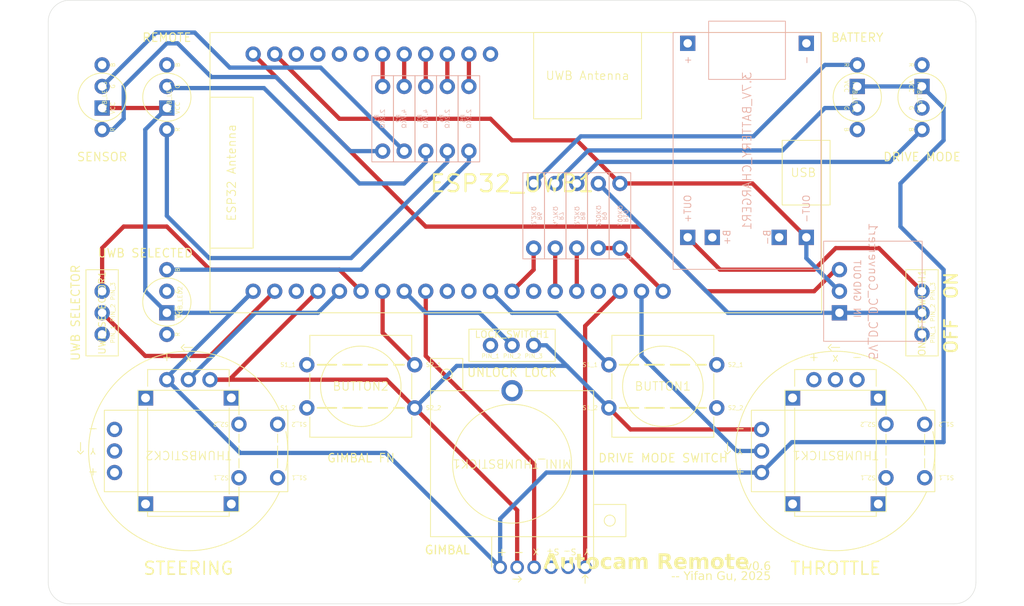
<source format=kicad_pcb>
(kicad_pcb (version 20241229) (generator "pcbnew") (generator_version "9.0")
  (title_block (title "Autocam Remote") (date "2025-03-27") (rev "v0.6"))
  (layers (0 "F.Cu" signal) (2 "B.Cu" signal) (13 "F.Paste" user) (15 "B.Paste" user) (5 "F.SilkS" user "F.Silkscreen") (7 "B.SilkS" user "B.Silkscreen") (1 "F.Mask" user) (3 "B.Mask" user) (25 "Edge.Cuts" user))
  (net 0 "")
  (net 3 "Net-(3.7V_BATTERY_CHARGER1-OUT+)")
  (net 6 "Net-(3.7V_BATTERY_CHARGER1-OUT-)")
  (net 7 "Net-(ESP32_UWB1-IO35)")
  (net 9 "Net-(ESP32_UWB1-3V3)")
  (net 10 "Net-(ESP32_UWB1-IO39)")
  (net 33 "Net-(RGB_LED1-R)")
  (net 34 "Net-(RGB_LED1-G)")
  (net 39 "Net-(ESP32_UWB1-IO5)")
  (net 40 "Net-(RGB_LED2-B)")
  (net 41 "Net-(ESP32_UWB1-IO17)")
  (net 42 "Net-(ESP32_UWB1-IO21)")
  (net 43 "Net-(ESP32_UWB1-IO22)")
  (net 44 "Net-(RGB_LED3-R)")
  (net 45 "Net-(RGB_LED3-G)")
  (net 47 "Net-(ESP32_UWB1-IO12)")
  (net 48 "Net-(ESP32_UWB1-GND-Pad2)")
  (net 49 "Net-(BUTTON2-S2_1)")
  (net 54 "Net-(ESP32_UWB1-IO14)")
  (net 55 "Net-(ESP32_UWB1-IO36)")
  (net 56 "Net-(ESP32_UWB1-IO33)")
  (net 57 "Net-(ESP32_UWB1-IO2)")
  (net 58 "Net-(ESP32_UWB1-IO26)")
  (net 60 "Net-(RGB_LED4-R)")
  (net 61 "Net-(RGB_LED4-G)")
  (net 63 "Net-(RGB_LED5-B)")
  (net 64 "Net-(BUTTON1-S1_2)")
  (net 66 "Net-(BUTTON1-S1_1)")
  (net 67 "Net-(ESP32_UWB1-IO15)")
  (net 69 "Net-(ESP32_UWB1-IO32)")
  (net 72 "Net-(ESP32_UWB1-IO16)")
  (net 73 "Net-(5V_DC_DC_Converter1-IN)")
  (net 74 "Net-(5V_DC_DC_Converter1-OUT)")
  (footprint "Autocam:Anode RGB LED (Round)" (layer "F.Cu") (at 106.68 78.74 90)
    (property "Reference" "RGB_LED4" (at 0 0 90) (layer "F.SilkS") (effects (font (size 0.5 0.5) (thickness 0.0625)) (justify top)))
    (property "Value" "REMOTE" (at 7.62 0 0) (layer "F.SilkS") (effects (font (thickness 0.125)) (justify top)))
    (fp_text user "G" (at 1.27 1.27 90) (layer "F.SilkS") (effects (font (size 0.5 0.5) (thickness 0.0625))))
    (fp_text user "R" (at -3.81 1.27 90) (layer "F.SilkS") (effects (font (size 0.5 0.5) (thickness 0.0625))))
    (fp_text user "VCC" (at -1.27 1.27 90) (layer "F.SilkS") (effects (font (size 0.5 0.5) (thickness 0.0625))))
    (fp_text user "B" (at 3.81 1.27 90) (layer "F.SilkS") (effects (font (size 0.5 0.5) (thickness 0.0625))))
    (pad "1" thru_hole circle (at -3.81 0 90) (size 1.8 1.8) (drill 1) (layers "*.Cu" "*.Mask") (net 60 "Net-(RGB_LED4-R)"))
    (pad "2" thru_hole rect (at -1.27 0 90) (size 1.8 1.8) (drill 1) (layers "*.Cu" "*.Mask") (net 9 "Net-(ESP32_UWB1-3V3)"))
    (pad "3" thru_hole circle (at 1.27 0 90) (size 1.8 1.8) (drill 1) (layers "*.Cu" "*.Mask") (net 61 "Net-(RGB_LED4-G)"))
    (pad "4" thru_hole circle (at 3.81 0 90) (size 1.8 1.8) (drill 1) (layers "*.Cu" "*.Mask"))
  )
  (footprint "MountingHole:MountingHole_2.2mm_M2" (layer "F.Cu") (at 96.52 93.98)
    (property "Reference" "REF**" (hide yes))
    (property "Value" "MountingHole_2.2mm_M2")
    (pad "" np_thru_hole circle (at 0 0) (size 2.2 2.2) (drill 2.2) (layers "*.Cu" "*.Mask"))
  )
  (footprint "MountingHole:MountingHole_2.2mm_M2" (layer "F.Cu") (at 198.12 134.62)
    (property "Reference" "REF**" (hide yes))
    (property "Value" "MountingHole_2.2mm_M2")
    (pad "" np_thru_hole circle (at 0 0) (size 2.2 2.2) (drill 2.2) (layers "*.Cu" "*.Mask"))
  )
  (footprint "Autocam:X-Box Style Thumbstick" (layer "F.Cu") (at 185.39 120.420058 180)
    (property "Reference" "THUMBSTICK1" (at 0 -0.5 180) (layer "F.SilkS") (effects (font (thickness 0.1))))
    (property "Value" "THROTTLE" (at -0.03 -12.948942 0) (layer "F.SilkS") (effects (font (size 1.5 1.5) (thickness 0.1875)) (justify top)))
    (fp_text user "X" (at 0 10.94 180) (layer "F.SilkS") (effects (font (size 0.7 0.7) (thickness 0.1))))
    (fp_text user "S2_1" (at -2.88 -3.15 180) (layer "F.SilkS") (effects (font (size 0.5 0.5) (thickness 0.0625)) (justify right)))
    (fp_text user "S2_2" (at -2.88 3.15 180) (layer "F.SilkS") (effects (font (size 0.5 0.5) (thickness 0.0625)) (justify right)))
    (fp_text user "S1_2" (at -13.04 3.15 180) (layer "F.SilkS") (effects (font (size 0.5 0.5) (thickness 0.0625))))
    (fp_text user "-" (at 11.24 2.54 180) (layer "F.SilkS") (effects (font (thickness 0.1))))
    (fp_text user "S1_1" (at -13.04 -3.15 180) (layer "F.SilkS") (effects (font (size 0.5 0.5) (thickness 0.0625))))
    (fp_text user "Y" (at 11.24 0 180) (layer "F.SilkS") (effects (font (size 0.7 0.7) (thickness 0.1))))
    (fp_text user "-" (at -2.54 10.94 180) (layer "F.SilkS") (effects (font (thickness 0.1))))
    (fp_text user "+" (at 2.54 10.94 180) (layer "F.SilkS") (effects (font (thickness 0.1))))
    (fp_text user "+" (at 11.24 -2.54 180) (layer "F.SilkS") (effects (font (thickness 0.1))))
    (pad "" thru_hole rect (at -5.05 -6.25 180) (size 1.8 1.8) (drill 1.05) (layers "*.Cu" "*.Mask"))
    (pad "" thru_hole rect (at -5.05 6.25 180) (size 1.8 1.8) (drill 1.05) (layers "*.Cu" "*.Mask"))
    (pad "" thru_hole rect (at 5.05 -6.25 180) (size 1.8 1.8) (drill 1.05) (layers "*.Cu" "*.Mask"))
    (pad "" thru_hole rect (at 5.05 6.25 180) (size 1.8 1.8) (drill 1.05) (layers "*.Cu" "*.Mask"))
    (pad "1" thru_hole circle (at -2.54 8.4 180) (size 1.8 1.8) (drill 1.05) (layers "*.Cu" "*.Mask"))
    (pad "2" thru_hole circle (at 0 8.4 180) (size 1.8 1.8) (drill 1.05) (layers "*.Cu" "*.Mask"))
    (pad "3" thru_hole circle (at 2.54 8.4 180) (size 1.8 1.8) (drill 1.05) (layers "*.Cu" "*.Mask"))
    (pad "4" thru_hole circle (at 8.7 2.54 180) (size 1.8 1.8) (drill 1.05) (layers "*.Cu" "*.Mask") (net 64 "Net-(BUTTON1-S1_2)"))
    (pad "5" thru_hole circle (at 8.7 0 180) (size 1.8 1.8) (drill 1.05) (layers "*.Cu" "*.Mask") (net 55 "Net-(ESP32_UWB1-IO36)"))
    (pad "6" thru_hole circle (at 8.7 -2.54 180) (size 1.8 1.8) (drill 1.05) (layers "*.Cu" "*.Mask") (net 9 "Net-(ESP32_UWB1-3V3)"))
    (pad "7" thru_hole circle (at -5.95 -3.15 180) (size 1.8 1.8) (drill 1.05) (layers "*.Cu" "*.Mask"))
    (pad "8" thru_hole circle (at -10.5 -3.15 180) (size 1.8 1.8) (drill 1.05) (layers "*.Cu" "*.Mask"))
    (pad "9" thru_hole circle (at -5.95 3.15 180) (size 1.8 1.8) (drill 1.05) (layers "*.Cu" "*.Mask"))
    (pad "10" thru_hole circle (at -10.5 3.15 180) (size 1.8 1.8) (drill 1.05) (layers "*.Cu" "*.Mask"))
  )
  (footprint "Autocam:Makersfab ESP32 UWB" (layer "F.Cu") (at 111.76 71.12)
    (property "Reference" "ESP32_UWB1" (at 35.56 17.78 0) (layer "F.SilkS") (effects (font (size 2 2) (thickness 0.25))))
    (property "Value" "~" (hide yes))
    (fp_text user "UWB Antenna" (at 44.45 5.08 0) (layer "F.SilkS") (effects (font (thickness 0.1))))
    (fp_text user "ESP32 Antenna" (at 2.54 16.51 90) (layer "F.SilkS") (effects (font (thickness 0.1))))
    (fp_text user "USB" (at 69.85 16.51 0) (layer "F.SilkS") (effects (font (thickness 0.1))))
    (pad "1" thru_hole circle (at 5.08 30.48) (size 1.8 1.8) (drill 1) (layers "*.Cu" "*.Mask") (net 9 "Net-(ESP32_UWB1-3V3)"))
    (pad "2" thru_hole circle (at 7.62 30.48) (size 1.8 1.8) (drill 1) (layers "*.Cu" "*.Mask") (net 48 "Net-(ESP32_UWB1-GND-Pad2)"))
    (pad "3" thru_hole circle (at 10.16 30.48) (size 1.8 1.8) (drill 1) (layers "*.Cu" "*.Mask"))
    (pad "4" thru_hole circle (at 12.7 30.48) (size 1.8 1.8) (drill 1) (layers "*.Cu" "*.Mask") (net 64 "Net-(BUTTON1-S1_2)"))
    (pad "5" thru_hole circle (at 15.24 30.48) (size 1.8 1.8) (drill 1) (layers "*.Cu" "*.Mask") (net 57 "Net-(ESP32_UWB1-IO2)"))
    (pad "6" thru_hole circle (at 17.78 30.48) (size 1.8 1.8) (drill 1) (layers "*.Cu" "*.Mask") (net 47 "Net-(ESP32_UWB1-IO12)"))
    (pad "7" thru_hole circle (at 20.32 30.48) (size 1.8 1.8) (drill 1) (layers "*.Cu" "*.Mask") (net 49 "Net-(BUTTON2-S2_1)"))
    (pad "8" thru_hole circle (at 22.86 30.48) (size 1.8 1.8) (drill 1) (layers "*.Cu" "*.Mask") (net 54 "Net-(ESP32_UWB1-IO14)"))
    (pad "9" thru_hole circle (at 25.4 30.48) (size 1.8 1.8) (drill 1) (layers "*.Cu" "*.Mask") (net 67 "Net-(ESP32_UWB1-IO15)"))
    (pad "10" thru_hole circle (at 27.94 30.48) (size 1.8 1.8) (drill 1) (layers "*.Cu" "*.Mask"))
    (pad "11" thru_hole circle (at 30.48 30.48) (size 1.8 1.8) (drill 1) (layers "*.Cu" "*.Mask"))
    (pad "12" thru_hole circle (at 33.02 30.48) (size 1.8 1.8) (drill 1) (layers "*.Cu" "*.Mask") (net 66 "Net-(BUTTON1-S1_1)"))
    (pad "13" thru_hole circle (at 35.56 30.48) (size 1.8 1.8) (drill 1) (layers "*.Cu" "*.Mask") (net 58 "Net-(ESP32_UWB1-IO26)"))
    (pad "14" thru_hole circle (at 38.1 30.48) (size 1.8 1.8) (drill 1) (layers "*.Cu" "*.Mask"))
    (pad "15" thru_hole circle (at 40.64 30.48) (size 1.8 1.8) (drill 1) (layers "*.Cu" "*.Mask") (net 69 "Net-(ESP32_UWB1-IO32)"))
    (pad "16" thru_hole circle (at 43.18 30.48) (size 1.8 1.8) (drill 1) (layers "*.Cu" "*.Mask") (net 56 "Net-(ESP32_UWB1-IO33)"))
    (pad "17" thru_hole circle (at 45.72 30.48) (size 1.8 1.8) (drill 1) (layers "*.Cu" "*.Mask"))
    (pad "18" thru_hole circle (at 48.26 30.48) (size 1.8 1.8) (drill 1) (layers "*.Cu" "*.Mask") (net 7 "Net-(ESP32_UWB1-IO35)"))
    (pad "19" thru_hole circle (at 50.8 30.48) (size 1.8 1.8) (drill 1) (layers "*.Cu" "*.Mask") (net 55 "Net-(ESP32_UWB1-IO36)"))
    (pad "20" thru_hole circle (at 53.34 30.48) (size 1.8 1.8) (drill 1) (layers "*.Cu" "*.Mask") (net 10 "Net-(ESP32_UWB1-IO39)"))
    (pad "21" thru_hole circle (at 5.08 2.54) (size 1.8 1.8) (drill 1) (layers "*.Cu" "*.Mask") (net 74 "Net-(5V_DC_DC_Converter1-OUT)"))
    (pad "22" thru_hole circle (at 7.62 2.54) (size 1.8 1.8) (drill 1) (layers "*.Cu" "*.Mask") (net 6 "Net-(3.7V_BATTERY_CHARGER1-OUT-)"))
    (pad "23" thru_hole circle (at 10.16 2.54) (size 1.8 1.8) (drill 1) (layers "*.Cu" "*.Mask"))
    (pad "24" thru_hole circle (at 12.7 2.54) (size 1.8 1.8) (drill 1) (layers "*.Cu" "*.Mask"))
    (pad "25" thru_hole circle (at 15.24 2.54) (size 1.8 1.8) (drill 1) (layers "*.Cu" "*.Mask"))
    (pad "26" thru_hole circle (at 17.78 2.54) (size 1.8 1.8) (drill 1) (layers "*.Cu" "*.Mask"))
    (pad "27" thru_hole circle (at 20.32 2.54) (size 1.8 1.8) (drill 1) (layers "*.Cu" "*.Mask") (net 39 "Net-(ESP32_UWB1-IO5)"))
    (pad "28" thru_hole circle (at 22.86 2.54) (size 1.8 1.8) (drill 1) (layers "*.Cu" "*.Mask") (net 72 "Net-(ESP32_UWB1-IO16)"))
    (pad "29" thru_hole circle (at 25.4 2.54) (size 1.8 1.8) (drill 1) (layers "*.Cu" "*.Mask") (net 41 "Net-(ESP32_UWB1-IO17)"))
    (pad "30" thru_hole circle (at 27.94 2.54) (size 1.8 1.8) (drill 1) (layers "*.Cu" "*.Mask") (net 42 "Net-(ESP32_UWB1-IO21)"))
    (pad "31" thru_hole circle (at 30.48 2.54) (size 1.8 1.8) (drill 1) (layers "*.Cu" "*.Mask") (net 43 "Net-(ESP32_UWB1-IO22)"))
    (pad "32" thru_hole circle (at 33.02 2.54) (size 1.8 1.8) (drill 1) (layers "*.Cu" "*.Mask"))
  )
  (footprint "Autocam:3-PIN Switch" (layer "F.Cu") (at 195.58 106.68 90)
    (property "Reference" "ON_OFF_SWITCH1" (at 2.54 0 90) (layer "F.SilkS") (effects (font (size 0.8 0.8) (thickness 0.1))))
    (property "Value" "OFF  ON" (at 2.54 2.54 90) (layer "F.SilkS") (effects (font (size 1.5 1.5) (thickness 0.25)) (justify top)))
    (fp_text user "PIN_3" (at 5.08 1.27 90) (layer "F.SilkS") (effects (font (size 0.5 0.5) (thickness 0.0625))))
    (fp_text user "PIN_1" (at 0 1.27 90) (layer "F.SilkS") (effects (font (size 0.5 0.5) (thickness 0.0625))))
    (fp_text user "PIN_2" (at 2.54 1.27 90) (layer "F.SilkS") (effects (font (size 0.5 0.5) (thickness 0.0625))))
    (pad "1" thru_hole circle (at 0 0 90) (size 1.8 1.8) (drill 1) (layers "*.Cu" "*.Mask"))
    (pad "2" thru_hole circle (at 2.54 0 90) (size 1.8 1.8) (drill 1) (layers "*.Cu" "*.Mask") (net 73 "Net-(5V_DC_DC_Converter1-IN)"))
    (pad "3" thru_hole circle (at 5.08 0 90) (size 1.8 1.8) (drill 1) (layers "*.Cu" "*.Mask") (net 3 "Net-(3.7V_BATTERY_CHARGER1-OUT+)"))
  )
  (footprint "Autocam:Tactile Switch Button (Square)" (layer "F.Cu") (at 129.51 112.800058)
    (property "Reference" "BUTTON2" (at 0 0 0) (layer "F.SilkS") (effects (font (thickness 0.1))))
    (property "Value" "GIMBAL FN" (at 0.03 7.868942 0) (layer "F.SilkS") (effects (font (thickness 0.125)) (justify top)))
    (fp_text user "S1_1" (at -7.62 -2.54 0) (layer "F.SilkS") (effects (font (size 0.5 0.5) (thickness 0.0625)) (justify right)))
    (fp_text user "S2_2" (at 7.62 2.54 0) (layer "F.SilkS") (effects (font (size 0.5 0.5) (thickness 0.0625)) (justify left)))
    (fp_text user "S2_1" (at 7.62 -2.54 0) (layer "F.SilkS") (effects (font (size 0.5 0.5) (thickness 0.0625)) (justify left)))
    (fp_text user "S1_2" (at -7.62 2.54 0) (layer "F.SilkS") (effects (font (size 0.5 0.5) (thickness 0.0625)) (justify right)))
    (pad "1" thru_hole circle (at -6.35 -2.54) (size 1.8 1.8) (drill 1) (layers "*.Cu" "*.Mask"))
    (pad "2" thru_hole circle (at -6.35 2.54) (size 1.8 1.8) (drill 1) (layers "*.Cu" "*.Mask"))
    (pad "3" thru_hole circle (at 6.35 -2.54) (size 1.8 1.8) (drill 1) (layers "*.Cu" "*.Mask") (net 49 "Net-(BUTTON2-S2_1)"))
    (pad "4" thru_hole circle (at 6.35 2.54) (size 1.8 1.8) (drill 1) (layers "*.Cu" "*.Mask") (net 64 "Net-(BUTTON1-S1_2)"))
  )
  (footprint "Autocam:Anode RGB LED (Round)" (layer "F.Cu") (at 187.96 78.74 -90)
    (property "Reference" "RGB_LED1" (at 0 0 270) (layer "F.SilkS") (effects (font (size 0.5 0.5) (thickness 0.0625)) (justify top)))
    (property "Value" "BATTERY" (at -7.62 0 0) (layer "F.SilkS") (effects (font (thickness 0.125)) (justify top)))
    (fp_text user "G" (at 1.27 1.27 270) (layer "F.SilkS") (effects (font (size 0.5 0.5) (thickness 0.0625))))
    (fp_text user "B" (at 3.81 1.27 270) (layer "F.SilkS") (effects (font (size 0.5 0.5) (thickness 0.0625))))
    (fp_text user "VCC" (at -1.27 1.27 270) (layer "F.SilkS") (effects (font (size 0.5 0.5) (thickness 0.0625))))
    (fp_text user "R" (at -3.81 1.27 270) (layer "F.SilkS") (effects (font (size 0.5 0.5) (thickness 0.0625))))
    (pad "1" thru_hole circle (at -3.81 0 270) (size 1.8 1.8) (drill 1) (layers "*.Cu" "*.Mask") (net 33 "Net-(RGB_LED1-R)"))
    (pad "2" thru_hole rect (at -1.27 0 270) (size 1.8 1.8) (drill 1) (layers "*.Cu" "*.Mask") (net 9 "Net-(ESP32_UWB1-3V3)"))
    (pad "3" thru_hole circle (at 1.27 0 270) (size 1.8 1.8) (drill 1) (layers "*.Cu" "*.Mask") (net 34 "Net-(RGB_LED1-G)"))
    (pad "4" thru_hole circle (at 3.81 0 270) (size 1.8 1.8) (drill 1) (layers "*.Cu" "*.Mask"))
  )
  (footprint "Autocam:X-Box Style Thumbstick" (layer "F.Cu") (at 109.22 120.420058 180)
    (property "Reference" "THUMBSTICK2" (at 0 -0.5 180) (layer "F.SilkS") (effects (font (thickness 0.1))))
    (property "Value" "STEERING" (at 0 -12.948942 0) (layer "F.SilkS") (effects (font (size 1.5 1.5) (thickness 0.1875)) (justify top)))
    (fp_text user "+" (at 2.54 10.94 180) (layer "F.SilkS") (effects (font (thickness 0.1))))
    (fp_text user "Y" (at 11.24 0 180) (layer "F.SilkS") (effects (font (size 0.7 0.7) (thickness 0.1))))
    (fp_text user "S2_2" (at -2.88 3.15 180) (layer "F.SilkS") (effects (font (size 0.5 0.5) (thickness 0.0625)) (justify right)))
    (fp_text user "-" (at -2.54 10.94 180) (layer "F.SilkS") (effects (font (thickness 0.1))))
    (fp_text user "S1_2" (at -13.04 3.15 180) (layer "F.SilkS") (effects (font (size 0.5 0.5) (thickness 0.0625))))
    (fp_text user "-" (at 11.24 2.54 180) (layer "F.SilkS") (effects (font (thickness 0.1))))
    (fp_text user "S2_1" (at -2.88 -3.15 180) (layer "F.SilkS") (effects (font (size 0.5 0.5) (thickness 0.0625)) (justify right)))
    (fp_text user "+" (at 11.24 -2.54 180) (layer "F.SilkS") (effects (font (thickness 0.1))))
    (fp_text user "S1_1" (at -13.04 -3.15 180) (layer "F.SilkS") (effects (font (size 0.5 0.5) (thickness 0.0625))))
    (fp_text user "X" (at 0 10.94 180) (layer "F.SilkS") (effects (font (size 0.7 0.7) (thickness 0.1))))
    (pad "" thru_hole rect (at -5.05 -6.25 180) (size 1.8 1.8) (drill 1.05) (layers "*.Cu" "*.Mask"))
    (pad "" thru_hole rect (at -5.05 6.25 180) (size 1.8 1.8) (drill 1.05) (layers "*.Cu" "*.Mask"))
    (pad "" thru_hole rect (at 5.05 -6.25 180) (size 1.8 1.8) (drill 1.05) (layers "*.Cu" "*.Mask"))
    (pad "" thru_hole rect (at 5.05 6.25 180) (size 1.8 1.8) (drill 1.05) (layers "*.Cu" "*.Mask"))
    (pad "1" thru_hole circle (at -2.54 8.4 180) (size 1.8 1.8) (drill 1.05) (layers "*.Cu" "*.Mask") (net 64 "Net-(BUTTON1-S1_2)"))
    (pad "2" thru_hole circle (at 0 8.4 180) (size 1.8 1.8) (drill 1.05) (layers "*.Cu" "*.Mask") (net 57 "Net-(ESP32_UWB1-IO2)"))
    (pad "3" thru_hole circle (at 2.54 8.4 180) (size 1.8 1.8) (drill 1.05) (layers "*.Cu" "*.Mask") (net 9 "Net-(ESP32_UWB1-3V3)"))
    (pad "4" thru_hole circle (at 8.7 2.54 180) (size 1.8 1.8) (drill 1.05) (layers "*.Cu" "*.Mask"))
    (pad "5" thru_hole circle (at 8.7 0 180) (size 1.8 1.8) (drill 1.05) (layers "*.Cu" "*.Mask"))
    (pad "6" thru_hole circle (at 8.7 -2.54 180) (size 1.8 1.8) (drill 1.05) (layers "*.Cu" "*.Mask"))
    (pad "7" thru_hole circle (at -5.95 -3.15 180) (size 1.8 1.8) (drill 1.05) (layers "*.Cu" "*.Mask"))
    (pad "8" thru_hole circle (at -10.5 -3.15 180) (size 1.8 1.8) (drill 1.05) (layers "*.Cu" "*.Mask"))
    (pad "9" thru_hole circle (at -5.95 3.15 180) (size 1.8 1.8) (drill 1.05) (layers "*.Cu" "*.Mask"))
    (pad "10" thru_hole circle (at -10.5 3.15 180) (size 1.8 1.8) (drill 1.05) (layers "*.Cu" "*.Mask"))
  )
  (footprint "MountingHole:MountingHole_2.2mm_M2" (layer "F.Cu") (at 198.12 93.98)
    (property "Reference" "REF**" (hide yes))
    (property "Value" "MountingHole_2.2mm_M2")
    (pad "" np_thru_hole circle (at 0 0) (size 2.2 2.2) (drill 2.2) (layers "*.Cu" "*.Mask"))
  )
  (footprint "MountingHole:MountingHole_2.2mm_M2" (layer "F.Cu") (at 198.12 71.12)
    (property "Reference" "REF**" (hide yes))
    (property "Value" "MountingHole_2.2mm_M2")
    (pad "" np_thru_hole circle (at 0 0) (size 2.2 2.2) (drill 2.2) (layers "*.Cu" "*.Mask"))
  )
  (footprint "Autocam:Tactile Switch Button (Square)" (layer "F.Cu") (at 165.07 112.800058)
    (property "Reference" "BUTTON1" (at 0 0 0) (layer "F.SilkS") (effects (font (thickness 0.1))))
    (property "Value" "DRIVE MODE SWITCH" (at 0.03 7.868942 0) (layer "F.SilkS") (effects (font (thickness 0.125)) (justify top)))
    (fp_text user "S2_2" (at 7.62 2.54 0) (layer "F.SilkS") (effects (font (size 0.5 0.5) (thickness 0.0625)) (justify left)))
    (fp_text user "S1_1" (at -7.62 -2.54 0) (layer "F.SilkS") (effects (font (size 0.5 0.5) (thickness 0.0625)) (justify right)))
    (fp_text user "S1_2" (at -7.62 2.54 0) (layer "F.SilkS") (effects (font (size 0.5 0.5) (thickness 0.0625)) (justify right)))
    (fp_text user "S2_1" (at 7.62 -2.54 0) (layer "F.SilkS") (effects (font (size 0.5 0.5) (thickness 0.0625)) (justify left)))
    (pad "1" thru_hole circle (at -6.35 -2.54) (size 1.8 1.8) (drill 1) (layers "*.Cu" "*.Mask") (net 66 "Net-(BUTTON1-S1_1)"))
    (pad "2" thru_hole circle (at -6.35 2.54) (size 1.8 1.8) (drill 1) (layers "*.Cu" "*.Mask") (net 64 "Net-(BUTTON1-S1_2)"))
    (pad "3" thru_hole circle (at 6.35 -2.54) (size 1.8 1.8) (drill 1) (layers "*.Cu" "*.Mask"))
    (pad "4" thru_hole circle (at 6.35 2.54) (size 1.8 1.8) (drill 1) (layers "*.Cu" "*.Mask"))
  )
  (footprint "Autocam:Mini Analog Joystick" (layer "F.Cu") (at 147.32 121.92 180)
    (property "Reference" "MINI_THUMBSTICK1" (at 0 0 180) (layer "F.SilkS") (effects (font (thickness 0.1))))
    (property "Value" "GIMBAL" (at 7.62 -10.16 0) (layer "F.SilkS"))
    (fp_text user "X" (at -2.8 -9.95 180) (layer "F.SilkS") (effects (font (size 0.7 0.7) (thickness 0.0875)) (justify bottom)))
    (fp_text user "+" (at 1.2 -9.95 180) (layer "F.SilkS") (effects (font (thickness 0.1)) (justify bottom)))
    (fp_text user "-" (at -0.8 -9.95 180) (layer "F.SilkS") (effects (font (thickness 0.125)) (justify bottom)))
    (fp_text user "Y" (at -8.8 -9.95 180) (layer "F.SilkS") (effects (font (size 0.7 0.7) (thickness 0.0875)) (justify bottom)))
    (fp_text user "S+" (at -4.8 -9.95 180) (layer "F.SilkS") (effects (font (size 0.7 0.7) (thickness 0.0875)) (justify bottom)))
    (fp_text user "S-" (at -6.8 -9.95 180) (layer "F.SilkS") (effects (font (size 0.7 0.7) (thickness 0.0875)) (justify bottom)))
    (pad "1" thru_hole circle (at 1.4 -12.2 180) (size 1.6 1.6) (drill 1) (layers "*.Cu" "*.Mask") (net 9 "Net-(ESP32_UWB1-3V3)"))
    (pad "2" thru_hole circle (at -0.6 -12.2 180) (size 1.6 1.6) (drill 1) (layers "*.Cu" "*.Mask") (net 64 "Net-(BUTTON1-S1_2)"))
    (pad "3" thru_hole circle (at -2.6 -12.2 180) (size 1.6 1.6) (drill 1) (layers "*.Cu" "*.Mask") (net 67 "Net-(ESP32_UWB1-IO15)"))
    (pad "4" thru_hole circle (at -4.6 -12.2 180) (size 1.6 1.6) (drill 1) (layers "*.Cu" "*.Mask"))
    (pad "5" thru_hole circle (at -6.6 -12.2 180) (size 1.6 1.6) (drill 1) (layers "*.Cu" "*.Mask"))
    (pad "6" thru_hole circle (at -8.6 -12.2 180) (size 1.6 1.6) (drill 1) (layers "*.Cu" "*.Mask") (net 7 "Net-(ESP32_UWB1-IO35)"))
    (pad "7" thru_hole circle (at 0 8.6 180) (size 2.5 2.5) (drill 1.5) (layers "*.Cu" "*.Mask"))
  )
  (footprint "Autocam:Anode RGB LED (Round)" (layer "F.Cu") (at 106.68 102.87 90)
    (property "Reference" "RGB_LED2" (at 0 1.27 90) (layer "F.SilkS") (effects (font (size 0.5 0.5) (thickness 0.0625)) (justify top)))
    (property "Value" "UWB SELECTED" (at 6.35 -2.54 0) (layer "F.SilkS") (effects (font (thickness 0.125)) (justify top)))
    (fp_text user "R" (at -3.81 1.27 90) (layer "F.SilkS") (effects (font (size 0.5 0.5) (thickness 0.0625))))
    (fp_text user "VCC" (at -1.27 1.27 90) (layer "F.SilkS") (effects (font (size 0.5 0.5) (thickness 0.0625))))
    (fp_text user "G" (at 1.27 1.27 90) (layer "F.SilkS") (effects (font (size 0.5 0.5) (thickness 0.0625))))
    (fp_text user "B" (at 3.81 1.27 90) (layer "F.SilkS") (effects (font (size 0.5 0.5) (thickness 0.0625))))
    (pad "1" thru_hole circle (at -3.81 0 90) (size 1.8 1.8) (drill 1) (layers "*.Cu" "*.Mask"))
    (pad "2" thru_hole rect (at -1.27 0 90) (size 1.8 1.8) (drill 1) (layers "*.Cu" "*.Mask") (net 9 "Net-(ESP32_UWB1-3V3)"))
    (pad "3" thru_hole circle (at 1.27 0 90) (size 1.8 1.8) (drill 1) (layers "*.Cu" "*.Mask"))
    (pad "4" thru_hole circle (at 3.81 0 90) (size 1.8 1.8) (drill 1) (layers "*.Cu" "*.Mask") (net 40 "Net-(RGB_LED2-B)"))
  )
  (footprint "MountingHole:MountingHole_2.2mm_M2" (layer "F.Cu") (at 96.52 134.62)
    (property "Reference" "REF**" (hide yes))
    (property "Value" "MountingHole_2.2mm_M2")
    (pad "" np_thru_hole circle (at 0 0) (size 2.2 2.2) (drill 2.2) (layers "*.Cu" "*.Mask"))
  )
  (footprint "Autocam:Anode RGB LED (Round)" (layer "F.Cu") (at 99.06 78.74 90)
    (property "Reference" "RGB_LED3" (at 0 0 90) (layer "F.SilkS") (effects (font (size 0.5 0.5) (thickness 0.0625)) (justify top)))
    (property "Value" "SENSOR" (at -7.62 0 0) (layer "F.SilkS") (effects (font (thickness 0.125)) (justify bottom)))
    (fp_text user "G" (at 1.27 1.27 90) (layer "F.SilkS") (effects (font (size 0.5 0.5) (thickness 0.0625))))
    (fp_text user "B" (at 3.81 1.27 90) (layer "F.SilkS") (effects (font (size 0.5 0.5) (thickness 0.0625))))
    (fp_text user "VCC" (at -1.27 1.27 90) (layer "F.SilkS") (effects (font (size 0.5 0.5) (thickness 0.0625))))
    (fp_text user "R" (at -3.81 1.27 90) (layer "F.SilkS") (effects (font (size 0.5 0.5) (thickness 0.0625))))
    (pad "1" thru_hole circle (at -3.81 0 90) (size 1.8 1.8) (drill 1) (layers "*.Cu" "*.Mask") (net 44 "Net-(RGB_LED3-R)"))
    (pad "2" thru_hole rect (at -1.27 0 90) (size 1.8 1.8) (drill 1) (layers "*.Cu" "*.Mask") (net 9 "Net-(ESP32_UWB1-3V3)"))
    (pad "3" thru_hole circle (at 1.27 0 90) (size 1.8 1.8) (drill 1) (layers "*.Cu" "*.Mask") (net 45 "Net-(RGB_LED3-G)"))
    (pad "4" thru_hole circle (at 3.81 0 90) (size 1.8 1.8) (drill 1) (layers "*.Cu" "*.Mask"))
  )
  (footprint "Autocam:3-PIN Switch" (layer "F.Cu") (at 144.78 107.969)
    (property "Reference" "LOCK_SWITCH1" (at 2.54 -1.289 0) (layer "F.SilkS") (effects (font (size 0.8 0.8) (thickness 0.1))))
    (property "Value" "UNLOCK LOCK" (at 2.54 3.791 0) (layer "F.SilkS") (effects (font (thickness 0.125)) (justify bottom)))
    (fp_text user "PIN_2" (at 2.54 1.27 0) (layer "F.SilkS") (effects (font (size 0.5 0.5) (thickness 0.0625))))
    (fp_text user "PIN_1" (at 0 1.27 0) (layer "F.SilkS") (effects (font (size 0.5 0.5) (thickness 0.0625))))
    (fp_text user "PIN_3" (at 5.08 1.27 0) (layer "F.SilkS") (effects (font (size 0.5 0.5) (thickness 0.0625))))
    (pad "1" thru_hole circle (at 0 0) (size 1.8 1.8) (drill 1) (layers "*.Cu" "*.Mask"))
    (pad "2" thru_hole circle (at 2.54 0) (size 1.8 1.8) (drill 1) (layers "*.Cu" "*.Mask") (net 54 "Net-(ESP32_UWB1-IO14)"))
    (pad "3" thru_hole circle (at 5.08 0) (size 1.8 1.8) (drill 1) (layers "*.Cu" "*.Mask") (net 64 "Net-(BUTTON1-S1_2)"))
  )
  (footprint "Autocam:3-PIN Switch" (layer "F.Cu") (at 99.06 106.68 90)
    (property "Reference" "UWB_SELECTOR1" (at 2.54 0 90) (layer "F.SilkS") (effects (font (size 0.8 0.8) (thickness 0.1))))
    (property "Value" "UWB SELECTOR" (at 2.54 -2.54 90) (layer "F.SilkS") (effects (font (thickness 0.125)) (justify bottom)))
    (fp_text user "PIN_3" (at 5.08 1.27 90) (layer "F.SilkS") (effects (font (size 0.5 0.5) (thickness 0.0625))))
    (fp_text user "PIN_1" (at 0 1.27 90) (layer "F.SilkS") (effects (font (size 0.5 0.5) (thickness 0.0625))))
    (fp_text user "PIN_2" (at 2.54 1.27 90) (layer "F.SilkS") (effects (font (size 0.5 0.5) (thickness 0.0625))))
    (pad "1" thru_hole circle (at 0 0 90) (size 1.8 1.8) (drill 1) (layers "*.Cu" "*.Mask"))
    (pad "2" thru_hole circle (at 2.54 0 90) (size 1.8 1.8) (drill 1) (layers "*.Cu" "*.Mask") (net 48 "Net-(ESP32_UWB1-GND-Pad2)"))
    (pad "3" thru_hole circle (at 5.08 0 90) (size 1.8 1.8) (drill 1) (layers "*.Cu" "*.Mask") (net 47 "Net-(ESP32_UWB1-IO12)"))
  )
  (footprint "MountingHole:MountingHole_2.2mm_M2" (layer "F.Cu") (at 96.52 71.12)
    (property "Reference" "REF**" (hide yes))
    (property "Value" "MountingHole_2.2mm_M2")
    (pad "" np_thru_hole circle (at 0 0) (size 2.2 2.2) (drill 2.2) (layers "*.Cu" "*.Mask"))
  )
  (footprint "Autocam:Anode RGB LED (Round)" (layer "F.Cu") (at 195.58 78.74 -90)
    (property "Reference" "RGB_LED5" (at 0 0 270) (layer "F.SilkS") (effects (font (size 0.5 0.5) (thickness 0.0625)) (justify top)))
    (property "Value" "DRIVE MODE" (at 7.62 0 0) (layer "F.SilkS") (effects (font (thickness 0.125)) (justify bottom)))
    (fp_text user "VCC" (at -1.27 1.27 270) (layer "F.SilkS") (effects (font (size 0.5 0.5) (thickness 0.0625))))
    (fp_text user "B" (at 3.81 1.27 270) (layer "F.SilkS") (effects (font (size 0.5 0.5) (thickness 0.0625))))
    (fp_text user "G" (at 1.27 1.27 270) (layer "F.SilkS") (effects (font (size 0.5 0.5) (thickness 0.0625))))
    (fp_text user "R" (at -3.81 1.27 270) (layer "F.SilkS") (effects (font (size 0.5 0.5) (thickness 0.0625))))
    (pad "1" thru_hole circle (at -3.81 0 270) (size 1.8 1.8) (drill 1) (layers "*.Cu" "*.Mask"))
    (pad "2" thru_hole rect (at -1.27 0 270) (size 1.8 1.8) (drill 1) (layers "*.Cu" "*.Mask") (net 9 "Net-(ESP32_UWB1-3V3)"))
    (pad "3" thru_hole circle (at 1.27 0 270) (size 1.8 1.8) (drill 1) (layers "*.Cu" "*.Mask"))
    (pad "4" thru_hole circle (at 3.81 0 270) (size 1.8 1.8) (drill 1) (layers "*.Cu" "*.Mask") (net 63 "Net-(RGB_LED5-B)"))
  )
  (footprint "Autocam:Simple Resistor" (layer "B.Cu") (at 154.94 96.52 90)
    (property "Reference" "R8" (at 3.774036 0.672769 270) (layer "B.SilkS") (effects (font (size 0.5 0.5) (thickness 0.0625)) (justify mirror)))
    (property "Value" "2.2KΩ" (at 3.81 0 270) (layer "B.SilkS") (effects (font (size 0.5 0.5) (thickness 0.0625)) (justify mirror)))
    (pad "1" thru_hole circle (at 0 0 90) (size 1.8 1.8) (drill 1) (layers "*.Cu" "*.Mask") (net 56 "Net-(ESP32_UWB1-IO33)"))
    (pad "2" thru_hole circle (at 7.62 0 90) (size 1.8 1.8) (drill 1) (layers "*.Cu" "*.Mask") (net 63 "Net-(RGB_LED5-B)"))
  )
  (footprint "Autocam:Simple Resistor" (layer "B.Cu") (at 134.62 77.47 -90)
    (property "Reference" "R2" (at 3.774036 0.672769 90) (layer "B.SilkS") (effects (font (size 0.5 0.5) (thickness 0.0625)) (justify mirror)))
    (property "Value" "4.7KΩ" (at 3.81 0 90) (layer "B.SilkS") (effects (font (size 0.5 0.5) (thickness 0.0625)) (justify mirror)))
    (pad "1" thru_hole circle (at 0 0 270) (size 1.8 1.8) (drill 1) (layers "*.Cu" "*.Mask") (net 72 "Net-(ESP32_UWB1-IO16)"))
    (pad "2" thru_hole circle (at 7.62 0 270) (size 1.8 1.8) (drill 1) (layers "*.Cu" "*.Mask") (net 45 "Net-(RGB_LED3-G)"))
  )
  (footprint "Autocam:5V DC-DC Step Up Converter (Square)" (layer "B.Cu") (at 189.8 101.6 90)
    (property "Reference" "5V_DC_DC_Converter1" (at 0 0 270) (layer "B.SilkS") (effects (font (thickness 0.1)) (justify mirror)))
    (property "Value" "~")
    (fp_text user "GND" (at 0 -1.4 270) (layer "B.SilkS") (effects (font (size 0.8 0.8) (thickness 0.1)) (justify top mirror)))
    (fp_text user "IN" (at -2.54 -1.4 270) (layer "B.SilkS") (effects (font (size 0.8 0.8) (thickness 0.1)) (justify top mirror)))
    (fp_text user "OUT" (at 2.54 -1.4 270) (layer "B.SilkS") (effects (font (size 0.8 0.8) (thickness 0.1)) (justify top mirror)))
    (pad "1" thru_hole rect (at -2.54 -3.94 90) (size 1.8 1.8) (drill 1) (layers "*.Cu" "*.Mask") (net 73 "Net-(5V_DC_DC_Converter1-IN)"))
    (pad "2" thru_hole circle (at 0 -3.94 90) (size 1.8 1.8) (drill 1) (layers "*.Cu" "*.Mask") (net 6 "Net-(3.7V_BATTERY_CHARGER1-OUT-)"))
    (pad "3" thru_hole circle (at 2.54 -3.94 90) (size 1.8 1.8) (drill 1) (layers "*.Cu" "*.Mask") (net 74 "Net-(5V_DC_DC_Converter1-OUT)"))
  )
  (footprint "Autocam:Simple Resistor" (layer "B.Cu") (at 139.7 77.47 -90)
    (property "Reference" "R4" (at 3.774036 0.672769 90) (layer "B.SilkS") (effects (font (size 0.5 0.5) (thickness 0.0625)) (justify mirror)))
    (property "Value" "2.2KΩ" (at 3.81 0 90) (layer "B.SilkS") (effects (font (size 0.5 0.5) (thickness 0.0625)) (justify mirror)))
    (pad "1" thru_hole circle (at 0 0 270) (size 1.8 1.8) (drill 1) (layers "*.Cu" "*.Mask") (net 42 "Net-(ESP32_UWB1-IO21)"))
    (pad "2" thru_hole circle (at 7.62 0 270) (size 1.8 1.8) (drill 1) (layers "*.Cu" "*.Mask") (net 60 "Net-(RGB_LED4-R)"))
  )
  (footprint "Autocam:Simple Resistor" (layer "B.Cu") (at 157.48 96.52 90)
    (property "Reference" "R9" (at 3.774036 0.672769 270) (layer "B.SilkS") (effects (font (size 0.5 0.5) (thickness 0.0625)) (justify mirror)))
    (property "Value" "220KΩ" (at 3.81 0 270) (layer "B.SilkS") (effects (font (size 0.5 0.5) (thickness 0.0625)) (justify mirror)))
    (pad "1" thru_hole circle (at 0 0 90) (size 1.8 1.8) (drill 1) (layers "*.Cu" "*.Mask") (net 10 "Net-(ESP32_UWB1-IO39)"))
    (pad "2" thru_hole circle (at 7.62 0 90) (size 1.8 1.8) (drill 1) (layers "*.Cu" "*.Mask") (net 73 "Net-(5V_DC_DC_Converter1-IN)"))
  )
  (footprint "Autocam:Simple Resistor" (layer "B.Cu") (at 152.4 96.52 90)
    (property "Reference" "R7" (at 3.774036 0.672769 270) (layer "B.SilkS") (effects (font (size 0.5 0.5) (thickness 0.0625)) (justify mirror)))
    (property "Value" "4.7KΩ" (at 3.81 0 270) (layer "B.SilkS") (effects (font (size 0.5 0.5) (thickness 0.0625)) (justify mirror)))
    (pad "1" thru_hole circle (at 0 0 90) (size 1.8 1.8) (drill 1) (layers "*.Cu" "*.Mask") (net 69 "Net-(ESP32_UWB1-IO32)"))
    (pad "2" thru_hole circle (at 7.62 0 90) (size 1.8 1.8) (drill 1) (layers "*.Cu" "*.Mask") (net 34 "Net-(RGB_LED1-G)"))
  )
  (footprint "Autocam:Simple Resistor" (layer "B.Cu") (at 132.08 77.47 -90)
    (property "Reference" "R1" (at 3.774036 0.672769 90) (layer "B.SilkS") (effects (font (size 0.5 0.5) (thickness 0.0625)) (justify mirror)))
    (property "Value" "2.2KΩ" (at 3.81 0 90) (layer "B.SilkS") (effects (font (size 0.5 0.5) (thickness 0.0625)) (justify mirror)))
    (pad "1" thru_hole circle (at 0 0 270) (size 1.8 1.8) (drill 1) (layers "*.Cu" "*.Mask") (net 39 "Net-(ESP32_UWB1-IO5)"))
    (pad "2" thru_hole circle (at 7.62 0 270) (size 1.8 1.8) (drill 1) (layers "*.Cu" "*.Mask") (net 44 "Net-(RGB_LED3-R)"))
  )
  (footprint "Autocam:Simple Resistor" (layer "B.Cu") (at 149.86 96.52 90)
    (property "Reference" "R6" (at 3.774036 0.672769 270) (layer "B.SilkS") (effects (font (size 0.5 0.5) (thickness 0.0625)) (justify mirror)))
    (property "Value" "2.2KΩ" (at 3.81 0 270) (layer "B.SilkS") (effects (font (size 0.5 0.5) (thickness 0.0625)) (justify mirror)))
    (pad "1" thru_hole circle (at 0 0 90) (size 1.8 1.8) (drill 1) (layers "*.Cu" "*.Mask") (net 58 "Net-(ESP32_UWB1-IO26)"))
    (pad "2" thru_hole circle (at 7.62 0 90) (size 1.8 1.8) (drill 1) (layers "*.Cu" "*.Mask") (net 33 "Net-(RGB_LED1-R)"))
  )
  (footprint "Autocam:Simple Resistor" (layer "B.Cu") (at 160.02 96.52 90)
    (property "Reference" "R10" (at 3.774036 0.672769 270) (layer "B.SilkS") (effects (font (size 0.5 0.5) (thickness 0.0625)) (justify mirror)))
    (property "Value" "100KΩ" (at 3.81 0 270) (layer "B.SilkS") (effects (font (size 0.5 0.5) (thickness 0.0625)) (justify mirror)))
    (pad "1" thru_hole circle (at 0 0 90) (size 1.8 1.8) (drill 1) (layers "*.Cu" "*.Mask") (net 10 "Net-(ESP32_UWB1-IO39)"))
    (pad "2" thru_hole circle (at 7.62 0 90) (size 1.8 1.8) (drill 1) (layers "*.Cu" "*.Mask") (net 6 "Net-(3.7V_BATTERY_CHARGER1-OUT-)"))
  )
  (footprint "Autocam:USB-C 3.7V Lithium Battery Charger" (layer "B.Cu") (at 183.68 71.12 -90)
    (property "Reference" "3.7V_BATTERY_CHARGER1" (at 13.95 8.7 90) (layer "B.SilkS") (effects (font (thickness 0.1)) (justify mirror)))
    (property "Value" "~")
    (fp_text user "B+" (at 24.13 10.605 90) (layer "B.SilkS") (effects (font (size 0.8 0.8) (thickness 0.1)) (justify bottom mirror)))
    (fp_text user "+" (at 3.81 15.685 90) (layer "B.SilkS") (effects (font (size 0.8 0.8) (thickness 0.1)) (justify right mirror)))
    (fp_text user "OUT+" (at 19.05 15.685 90) (layer "B.SilkS") (effects (font (size 0.8 0.8) (thickness 0.1)) (justify left mirror)))
    (fp_text user "-" (at 3.81 1.715 90) (layer "B.SilkS") (effects (font (size 0.8 0.8) (thickness 0.1)) (justify right mirror)))
    (fp_text user "B-" (at 24.13 6.795 90) (layer "B.SilkS") (effects (font (size 0.8 0.8) (thickness 0.1)) (justify top mirror)))
    (fp_text user "OUT-" (at 19.05 1.715 90) (layer "B.SilkS") (effects (font (size 0.8 0.8) (thickness 0.1)) (justify left mirror)))
    (pad "1" thru_hole rect (at 1.27 15.685 270) (size 1.8 1.8) (drill 1) (layers "*.Cu" "*.Mask"))
    (pad "2" thru_hole rect (at 1.27 1.715 270) (size 1.8 1.8) (drill 1) (layers "*.Cu" "*.Mask"))
    (pad "3" thru_hole rect (at 24.13 15.685 270) (size 1.8 1.8) (drill 1) (layers "*.Cu" "*.Mask") (net 3 "Net-(3.7V_BATTERY_CHARGER1-OUT+)"))
    (pad "4" thru_hole rect (at 24.13 12.785 270) (size 1.8 1.8) (drill 1) (layers "*.Cu" "*.Mask"))
    (pad "5" thru_hole rect (at 24.13 4.915 270) (size 1.8 1.8) (drill 1) (layers "*.Cu" "*.Mask"))
    (pad "6" thru_hole rect (at 24.13 1.715 270) (size 1.8 1.8) (drill 1) (layers "*.Cu" "*.Mask") (net 6 "Net-(3.7V_BATTERY_CHARGER1-OUT-)"))
  )
  (footprint "Autocam:Simple Resistor" (layer "B.Cu") (at 137.16 77.47 -90)
    (property "Reference" "R3" (at 3.774036 0.672769 90) (layer "B.SilkS") (effects (font (size 0.5 0.5) (thickness 0.0625)) (justify mirror)))
    (property "Value" "4.7KΩ" (at 3.81 0 90) (layer "B.SilkS") (effects (font (size 0.5 0.5) (thickness 0.0625)) (justify mirror)))
    (pad "1" thru_hole circle (at 0 0 270) (size 1.8 1.8) (drill 1) (layers "*.Cu" "*.Mask") (net 41 "Net-(ESP32_UWB1-IO17)"))
    (pad "2" thru_hole circle (at 7.62 0 270) (size 1.8 1.8) (drill 1) (layers "*.Cu" "*.Mask") (net 61 "Net-(RGB_LED4-G)"))
  )
  (footprint "Autocam:Simple Resistor" (layer "B.Cu") (at 142.24 77.47 -90)
    (property "Reference" "R5" (at 3.774036 0.672769 90) (layer "B.SilkS") (effects (font (size 0.5 0.5) (thickness 0.0625)) (justify mirror)))
    (property "Value" "2.2KΩ" (at 3.81 0 90) (layer "B.SilkS") (effects (font (size 0.5 0.5) (thickness 0.0625)) (justify mirror)))
    (pad "1" thru_hole circle (at 0 0 270) (size 1.8 1.8) (drill 1) (layers "*.Cu" "*.Mask") (net 43 "Net-(ESP32_UWB1-IO22)"))
    (pad "2" thru_hole circle (at 7.62 0 270) (size 1.8 1.8) (drill 1) (layers "*.Cu" "*.Mask") (net 40 "Net-(RGB_LED2-B)"))
  )
  (gr_line (start 92.71 135.89) (end 92.71 69.85) (stroke (width 0.05)) (layer "Edge.Cuts"))
  (gr_arc (start 92.71 69.85) (mid 93.453949 68.053949) (end 95.25 67.31) (stroke (width 0.05)) (layer "Edge.Cuts"))
  (gr_arc (start 95.25 138.43) (mid 93.453949 137.686051) (end 92.71 135.89) (stroke (width 0.05)) (layer "Edge.Cuts"))
  (gr_arc (start 201.93 135.89) (mid 201.186051 137.686051) (end 199.39 138.43) (stroke (width 0.05)) (layer "Edge.Cuts"))
  (gr_line (start 201.93 69.85) (end 201.93 135.89) (stroke (width 0.05)) (layer "Edge.Cuts"))
  (gr_line (start 199.39 138.43) (end 95.25 138.43) (stroke (width 0.05)) (layer "Edge.Cuts"))
  (gr_line (start 95.25 67.31) (end 199.39 67.31) (stroke (width 0.05)) (layer "Edge.Cuts"))
  (gr_arc (start 199.39 67.31) (mid 201.186051 68.053949) (end 201.93 69.85) (stroke (width 0.05)) (layer "Edge.Cuts"))
  (gr_text "v0.6" (at 177.8 134.62 0) (layer "F.SilkS") (effects (font (size 1 1) (thickness 0.15) (italic yes)) (justify right bottom)))
  (gr_text "-- Yifan Gu, 2025" (at 177.8 134.62 0) (layer "F.SilkS") (effects (font (size 1 1)) (justify right top)))
  (gr_text "Autocam Remote" (at 175.26 134.62 0) (layer "F.SilkS") (effects (font (size 1.8 1.8) (thickness 0.25) (bold yes) (italic yes)) (justify right bottom)))
  (segment (start 190.5 96.52) (end 185.42 96.52) (width 0.5) (layer "F.Cu") (net 3))
  (segment (start 182.88 99.06) (end 171.805 99.06) (width 0.5) (layer "F.Cu") (net 3))
  (segment (start 171.805 99.06) (end 167.995 95.25) (width 0.5) (layer "F.Cu") (net 3))
  (segment (start 195.58 101.6) (end 190.5 96.52) (width 0.5) (layer "F.Cu") (net 3))
  (segment (start 185.42 96.52) (end 182.88 99.06) (width 0.5) (layer "F.Cu") (net 3))
  (segment (start 175.615 88.9) (end 181.965 95.25) (width 0.5) (layer "F.Cu") (net 6))
  (segment (start 160.02 88.9) (end 175.615 88.9) (width 0.5) (layer "F.Cu") (net 6))
  (segment (start 154.94 83.82) (end 147.32 83.82) (width 0.5) (layer "F.Cu") (net 6))
  (segment (start 144.78 81.28) (end 127 81.28) (width 0.5) (layer "F.Cu") (net 6))
  (segment (start 160.02 88.9) (end 154.94 83.82) (width 0.5) (layer "F.Cu") (net 6))
  (segment (start 147.32 83.82) (end 144.78 81.28) (width 0.5) (layer "F.Cu") (net 6))
  (segment (start 127 81.28) (end 119.38 73.66) (width 0.5) (layer "F.Cu") (net 6))
  (segment (start 185.86 101.6) (end 181.965 97.705) (width 0.5) (layer "B.Cu") (net 6))
  (segment (start 181.965 97.705) (end 181.965 95.25) (width 0.5) (layer "B.Cu") (net 6))
  (segment (start 155.92 105.7) (end 160.02 101.6) (width 0.5) (layer "F.Cu") (net 7))
  (segment (start 155.92 134.12) (end 155.92 105.7) (width 0.5) (layer "F.Cu") (net 7))
  (segment (start 99.06 80.01) (end 106.68 80.01) (width 0.5) (layer "F.Cu") (net 9))
  (segment (start 116.84 101.860058) (end 116.84 101.6) (width 0.3) (layer "F.Cu") (net 9))
  (segment (start 187.96 77.47) (end 195.58 77.47) (width 0.5) (layer "B.Cu") (net 9))
  (segment (start 145.92 134.12) (end 132.45 120.65) (width 0.5) (layer "B.Cu") (net 9))
  (segment (start 193.04 88.9) (end 193.04 93.98) (width 0.5) (layer "B.Cu") (net 9))
  (segment (start 106.68 80.01) (end 104.14 82.55) (width 0.5) (layer "B.Cu") (net 9))
  (segment (start 132.08 120.65) (end 115.309942 120.65) (width 0.5) (layer "B.Cu") (net 9))
  (segment (start 106.68 112.020058) (end 106.68 111.76) (width 0.5) (layer "B.Cu") (net 9))
  (segment (start 198.12 83.82) (end 193.04 88.9) (width 0.5) (layer "B.Cu") (net 9))
  (segment (start 145.92 134.12) (end 145.92 128.4) (width 0.5) (layer "B.Cu") (net 9))
  (segment (start 106.68 104.14) (end 114.3 104.14) (width 0.5) (layer "B.Cu") (net 9))
  (segment (start 114.3 104.14) (end 116.84 101.6) (width 0.5) (layer "B.Cu") (net 9))
  (segment (start 104.14 82.55) (end 104.14 101.6) (width 0.5) (layer "B.Cu") (net 9))
  (segment (start 132.45 120.65) (end 132.08 120.65) (width 0.5) (layer "B.Cu") (net 9))
  (segment (start 198.12 99.06) (end 198.12 119.38) (width 0.5) (layer "B.Cu") (net 9))
  (segment (start 106.68 111.76) (end 116.84 101.6) (width 0.5) (layer "B.Cu") (net 9))
  (segment (start 151.359942 122.960058) (end 176.69 122.960058) (width 0.5) (layer "B.Cu") (net 9))
  (segment (start 180.270058 119.38) (end 176.69 122.960058) (width 0.5) (layer "B.Cu") (net 9))
  (segment (start 195.58 77.47) (end 198.12 80.01) (width 0.5) (layer "B.Cu") (net 9))
  (segment (start 193.04 93.98) (end 198.12 99.06) (width 0.5) (layer "B.Cu") (net 9))
  (segment (start 116.84 101.6) (end 116.84 101.860058) (width 0.5) (layer "B.Cu") (net 9))
  (segment (start 198.12 80.01) (end 198.12 83.82) (width 0.5) (layer "B.Cu") (net 9))
  (segment (start 104.14 101.6) (end 106.68 104.14) (width 0.5) (layer "B.Cu") (net 9))
  (segment (start 198.12 119.38) (end 180.270058 119.38) (width 0.5) (layer "B.Cu") (net 9))
  (segment (start 115.309942 120.65) (end 106.68 112.020058) (width 0.5) (layer "B.Cu") (net 9))
  (segment (start 145.92 128.4) (end 151.359942 122.960058) (width 0.5) (layer "B.Cu") (net 9))
  (segment (start 165.1 101.6) (end 160.02 96.52) (width 0.5) (layer "F.Cu") (net 10))
  (segment (start 157.48 96.52) (end 160.02 96.52) (width 0.5) (layer "F.Cu") (net 10))
  (segment (start 162.56 99.06) (end 165.1 101.6) (width 0.5) (layer "F.Cu") (net 10))
  (segment (start 187.96 74.93) (end 184.15 74.93) (width 0.5) (layer "B.Cu") (net 33))
  (segment (start 184.15 74.93) (end 175.732069 83.347931) (width 0.5) (layer "B.Cu") (net 33))
  (segment (start 155.412069 83.347931) (end 149.86 88.9) (width 0.5) (layer "B.Cu") (net 33))
  (segment (start 175.732069 83.347931) (end 155.412069 83.347931) (width 0.5) (layer "B.Cu") (net 33))
  (segment (start 156.290238 85.009762) (end 152.4 88.9) (width 0.5) (layer "B.Cu") (net 34))
  (segment (start 187.96 80.01) (end 184.15 80.01) (width 0.5) (layer "B.Cu") (net 34))
  (segment (start 184.15 80.01) (end 179.150238 85.009762) (width 0.5) (layer "B.Cu") (net 34))
  (segment (start 179.150238 85.009762) (end 156.290238 85.009762) (width 0.5) (layer "B.Cu") (net 34))
  (segment (start 132.08 73.66) (end 132.08 77.47) (width 0.5) (layer "F.Cu") (net 39))
  (segment (start 142.24 85.09) (end 142.24 86.36) (width 0.5) (layer "B.Cu") (net 40))
  (segment (start 129.54 99.06) (end 106.68 99.06) (width 0.5) (layer "B.Cu") (net 40))
  (segment (start 142.24 86.36) (end 129.54 99.06) (width 0.5) (layer "B.Cu") (net 40))
  (segment (start 137.16 73.66) (end 137.16 77.47) (width 0.5) (layer "F.Cu") (net 41))
  (segment (start 139.7 73.66) (end 139.7 77.47) (width 0.5) (layer "F.Cu") (net 42))
  (segment (start 142.24 73.66) (end 142.24 77.47) (width 0.5) (layer "F.Cu") (net 43))
  (segment (start 101.6 77.47) (end 106.68 72.39) (width 0.5) (layer "B.Cu") (net 44))
  (segment (start 100.33 82.55) (end 101.6 81.28) (width 0.5) (layer "B.Cu") (net 44))
  (segment (start 119.54 76.36) (end 128.27 85.09) (width 0.5) (layer "B.Cu") (net 44))
  (segment (start 107.95 72.39) (end 111.92 76.36) (width 0.5) (layer "B.Cu") (net 44))
  (segment (start 111.92 76.36) (end 119.54 76.36) (width 0.5) (layer "B.Cu") (net 44))
  (segment (start 99.06 82.55) (end 100.33 82.55) (width 0.5) (layer "B.Cu") (net 44))
  (segment (start 128.27 85.09) (end 132.08 85.09) (width 0.5) (layer "B.Cu") (net 44))
  (segment (start 101.6 81.28) (end 101.6 77.47) (width 0.5) (layer "B.Cu") (net 44))
  (segment (start 106.68 72.39) (end 107.95 72.39) (width 0.5) (layer "B.Cu") (net 44))
  (segment (start 99.06 77.47) (end 105.41 71.12) (width 0.5) (layer "B.Cu") (net 45))
  (segment (start 105.41 71.12) (end 109.96 71.12) (width 0.5) (layer "B.Cu") (net 45))
  (segment (start 134.62 85.09) (end 124.78 75.25) (width 0.5) (layer "B.Cu") (net 45))
  (segment (start 109.96 71.12) (end 114.09 75.25) (width 0.5) (layer "B.Cu") (net 45))
  (segment (start 124.78 75.25) (end 114.09 75.25) (width 0.5) (layer "B.Cu") (net 45))
  (segment (start 99.06 101.6) (end 99.06 96.52) (width 0.5) (layer "F.Cu") (net 47))
  (segment (start 111.76 99.06) (end 127 99.06) (width 0.5) (layer "F.Cu") (net 47))
  (segment (start 99.06 96.52) (end 101.6 93.98) (width 0.5) (layer "F.Cu") (net 47))
  (segment (start 101.6 93.98) (end 106.68 93.98) (width 0.5) (layer "F.Cu") (net 47))
  (segment (start 127 99.06) (end 129.54 101.6) (width 0.5) (layer "F.Cu") (net 47))
  (segment (start 106.68 93.98) (end 111.76 99.06) (width 0.5) (layer "F.Cu") (net 47))
  (segment (start 111.76 109.22) (end 119.38 101.6) (width 0.5) (layer "F.Cu") (net 48))
  (segment (start 99.06 104.14) (end 104.14 109.22) (width 0.5) (layer "F.Cu") (net 48))
  (segment (start 104.14 109.22) (end 111.76 109.22) (width 0.5) (layer "F.Cu") (net 48))
  (segment (start 132.08 101.6) (end 132.08 106.480058) (width 0.5) (layer "F.Cu") (net 49))
  (segment (start 132.08 106.480058) (end 135.86 110.260058) (width 0.5) (layer "F.Cu") (net 49))
  (segment (start 147.32 107.969) (end 143.491 104.14) (width 0.5) (layer "B.Cu") (net 54))
  (segment (start 143.491 104.14) (end 137.16 104.14) (width 0.5) (layer "B.Cu") (net 54))
  (segment (start 137.16 104.14) (end 134.62 101.6) (width 0.5) (layer "B.Cu") (net 54))
  (segment (start 162.56 109.22) (end 173.760058 120.420058) (width 0.5) (layer "B.Cu") (net 55))
  (segment (start 162.56 101.6) (end 162.56 109.22) (width 0.5) (layer "B.Cu") (net 55))
  (segment (start 173.760058 120.420058) (end 176.69 120.420058) (width 0.5) (layer "B.Cu") (net 55))
  (segment (start 154.94 101.6) (end 154.94 96.52) (width 0.5) (layer "F.Cu") (net 56))
  (segment (start 117.100058 104.14) (end 124.46 104.14) (width 0.5) (layer "B.Cu") (net 57))
  (segment (start 109.22 112.020058) (end 117.100058 104.14) (width 0.5) (layer "B.Cu") (net 57))
  (segment (start 124.46 104.14) (end 127 101.6) (width 0.5) (layer "B.Cu") (net 57))
  (segment (start 147.32 101.6) (end 149.86 99.06) (width 0.5) (layer "F.Cu") (net 58))
  (segment (start 149.86 99.06) (end 149.86 96.52) (width 0.5) (layer "F.Cu") (net 58))
  (segment (start 106.68 82.55) (end 106.68 92.714664) (width 0.5) (layer "B.Cu") (net 60))
  (segment (start 106.68 92.714664) (end 111.655336 97.69) (width 0.5) (layer "B.Cu") (net 60))
  (segment (start 128.37 97.69) (end 111.655336 97.69) (width 0.5) (layer "B.Cu") (net 60))
  (segment (start 139.7 85.09) (end 139.7 86.36) (width 0.5) (layer "B.Cu") (net 60))
  (segment (start 139.7 86.36) (end 128.37 97.69) (width 0.5) (layer "B.Cu") (net 60))
  (segment (start 129.35 88.9) (end 134.62 88.9) (width 0.5) (layer "B.Cu") (net 61))
  (segment (start 106.68 77.66) (end 118.11 77.66) (width 0.5) (layer "B.Cu") (net 61))
  (segment (start 137.16 86.36) (end 137.16 85.09) (width 0.5) (layer "B.Cu") (net 61))
  (segment (start 118.11 77.66) (end 129.35 88.9) (width 0.5) (layer "B.Cu") (net 61))
  (segment (start 134.62 88.9) (end 137.16 86.36) (width 0.5) (layer "B.Cu") (net 61))
  (segment (start 154.94 88.9) (end 157.48 86.36) (width 0.5) (layer "B.Cu") (net 63))
  (segment (start 191.77 86.36) (end 195.58 82.55) (width 0.5) (layer "B.Cu") (net 63))
  (segment (start 157.48 86.36) (end 191.77 86.36) (width 0.5) (layer "B.Cu") (net 63))
  (segment (start 111.76 112.020058) (end 114.039942 112.020058) (width 0.5) (layer "F.Cu") (net 64))
  (segment (start 135.86 115.340058) (end 132.54 112.020058) (width 0.5) (layer "F.Cu") (net 64))
  (segment (start 176.69 117.880058) (end 161.26 117.880058) (width 0.5) (layer "F.Cu") (net 64))
  (segment (start 161.26 117.880058) (end 158.72 115.340058) (width 0.5) (layer "F.Cu") (net 64))
  (segment (start 132.54 112.020058) (end 111.76 112.020058) (width 0.5) (layer "F.Cu") (net 64))
  (segment (start 114.039942 112.020058) (end 124.46 101.6) (width 0.5) (layer "F.Cu") (net 64))
  (segment (start 147.92 134.12) (end 147.92 127.400058) (width 0.5) (layer "F.Cu") (net 64))
  (segment (start 147.92 127.400058) (end 135.86 115.340058) (width 0.5) (layer "F.Cu") (net 64))
  (segment (start 135.86 115.340058) (end 136.900058 114.3) (width 0) (layer "B.Cu") (net 64))
  (segment (start 140.810029 110.390029) (end 153.769971 110.390029) (width 0.5) (layer "B.Cu") (net 64))
  (segment (start 151.348942 107.969) (end 158.72 115.340058) (width 0.5) (layer "B.Cu") (net 64))
  (segment (start 149.86 107.969) (end 151.348942 107.969) (width 0.5) (layer "B.Cu") (net 64))
  (segment (start 153.769971 110.390029) (end 153.869942 110.49) (width 0.5) (layer "B.Cu") (net 64))
  (segment (start 149.859999 107.969) (end 149.86 107.969) (width 0.5) (layer "B.Cu") (net 64))
  (segment (start 135.86 115.340058) (end 140.810029 110.390029) (width 0.5) (layer "B.Cu") (net 64))
  (segment (start 136.900058 114.3) (end 137.16 114.3) (width 0) (layer "B.Cu") (net 64))
  (segment (start 147.32 104.14) (end 144.78 101.6) (width 0.5) (layer "B.Cu") (net 66))
  (segment (start 152.599942 104.14) (end 147.32 104.14) (width 0.5) (layer "B.Cu") (net 66))
  (segment (start 158.72 110.260058) (end 152.599942 104.14) (width 0.5) (layer "B.Cu") (net 66))
  (segment (start 144.78 101.6) (end 145.260182 101.6) (width 0.3) (layer "B.Cu") (net 66))
  (segment (start 137.16 109.22) (end 149.92 121.98) (width 0.5) (layer "F.Cu") (net 67))
  (segment (start 137.16 101.6) (end 137.16 109.22) (width 0.5) (layer "F.Cu") (net 67))
  (segment (start 149.92 121.98) (end 149.92 134.12) (width 0.5) (layer "F.Cu") (net 67))
  (segment (start 152.4 101.6) (end 152.4 96.52) (width 0.5) (layer "F.Cu") (net 69))
  (segment (start 134.62 73.66) (end 134.62 77.47) (width 0.5) (layer "F.Cu") (net 72))
  (segment (start 157.48 88.9) (end 172.72 104.14) (width 0.5) (layer "B.Cu") (net 73))
  (segment (start 195.58 104.14) (end 185.86 104.14) (width 0.5) (layer "B.Cu") (net 73))
  (segment (start 172.72 104.14) (end 185.86 104.14) (width 0.5) (layer "B.Cu") (net 73))
  (segment (start 185.42 99.06) (end 182.88 101.6) (width 0.5) (layer "F.Cu") (net 74))
  (segment (start 137.16 93.98) (end 116.84 73.66) (width 0.5) (layer "F.Cu") (net 74))
  (segment (start 162.56 93.98) (end 137.16 93.98) (width 0.5) (layer "F.Cu") (net 74))
  (segment (start 182.88 101.6) (end 170.18 101.6) (width 0.5) (layer "F.Cu") (net 74))
  (segment (start 170.18 101.6) (end 162.56 93.98) (width 0.5) (layer "F.Cu") (net 74))
)
</source>
